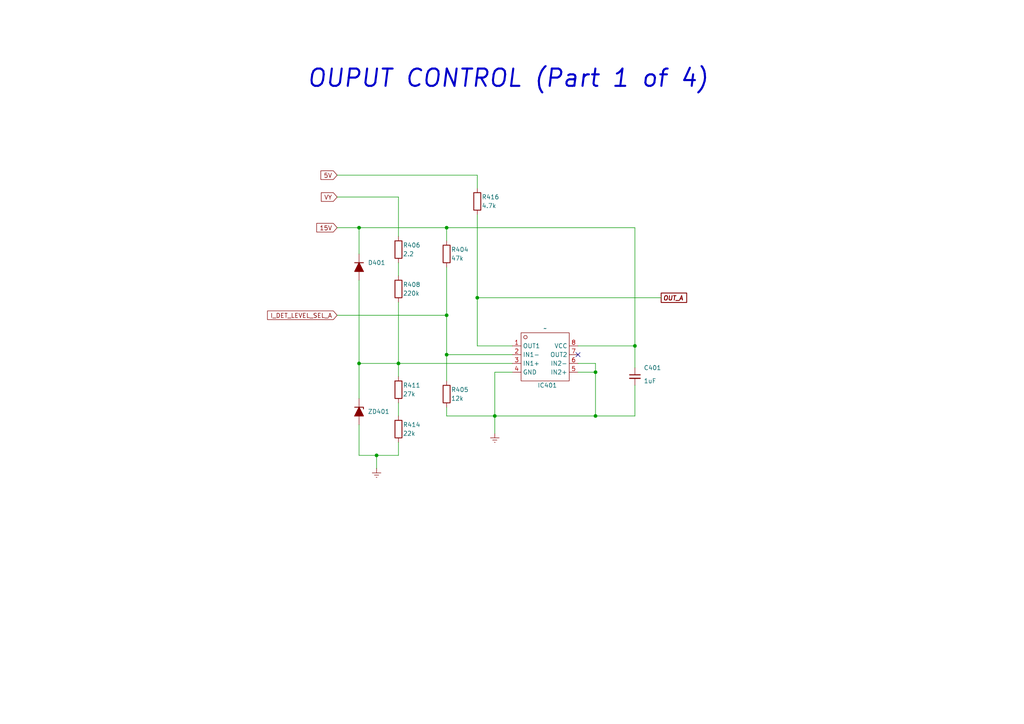
<source format=kicad_sch>
(kicad_sch (version 20231120) (generator "eeschema") (generator_version "8.0")
  (paper "A4")
  (title_block (title "Y BOARD LG PLASMA TV PANEL") (date "2025-03-24") (rev "1.0") (comment 1 "Author: Fábio Pereira da Silva") (comment 2 "Output Control (Part 1 of 4)"))
  (lib_symbols
    (symbol "Device:C_Small" (pin_numbers hide) (pin_names (offset 0.254) hide)
      (property "Reference" "C" (at 0.254 1.778 0))
      (property "Value" "C_Small" (at 0.254 -2.032 0))
      (symbol "C_Small_0_1"
        (polyline (pts (xy -1.524 -0.508) (xy 1.524 -0.508)) (stroke (width 0.3302)))
        (polyline (pts (xy -1.524 0.508) (xy 1.524 0.508)) (stroke (width 0.3048)))
      )
      (symbol "C_Small_1_1"
        (pin passive line (at 0 2.54 270) (length 2.032) (name "~") (number "1"))
        (pin passive line (at 0 -2.54 90) (length 2.032) (name "~") (number "2"))
      )
    )
    (symbol "Device:D_Filled" (pin_numbers hide) (pin_names (offset 1.016) hide)
      (property "Reference" "D" (at 0 2.54 0))
      (property "Value" "D_Filled" (at 0 -2.54 0))
      (symbol "D_Filled_0_1"
        (polyline (pts (xy -1.27 1.27) (xy -1.27 -1.27)) (stroke (width 0.254)))
        (polyline (pts (xy 1.27 0) (xy -1.27 0)))
        (polyline (pts (xy 1.27 1.27) (xy 1.27 -1.27) (xy -1.27 0) (xy 1.27 1.27)) (stroke (width 0.254)) (fill (type outline)))
      )
      (symbol "D_Filled_1_1"
        (pin passive line (at -3.81 0 0) (length 2.54) (name "K") (number "1"))
        (pin passive line (at 3.81 0 180) (length 2.54) (name "A") (number "2"))
      )
    )
    (symbol "Device:D_Zener_Filled" (pin_numbers hide) (pin_names (offset 1.016) hide)
      (property "Reference" "D" (at 0 2.54 0))
      (property "Value" "D_Zener_Filled" (at 0 -2.54 0))
      (symbol "D_Zener_Filled_0_1"
        (polyline (pts (xy 1.27 0) (xy -1.27 0)))
        (polyline (pts (xy -1.27 -1.27) (xy -1.27 1.27) (xy -0.762 1.27)) (stroke (width 0.254)))
        (polyline (pts (xy 1.27 -1.27) (xy 1.27 1.27) (xy -1.27 0) (xy 1.27 -1.27)) (stroke (width 0.254)) (fill (type outline)))
      )
      (symbol "D_Zener_Filled_1_1"
        (pin passive line (at -3.81 0 0) (length 2.54) (name "K") (number "1"))
        (pin passive line (at 3.81 0 180) (length 2.54) (name "A") (number "2"))
      )
    )
    (symbol "Device:R" (pin_numbers hide) (pin_names (offset 0))
      (property "Reference" "R" (at 2.032 0 90))
      (property "Value" "R" (at 0 0 90))
      (symbol "R_0_1"
        (rectangle (start -1.016 -2.54) (end 1.016 2.54) (stroke (width 0.254)))
      )
      (symbol "R_1_1"
        (pin passive line (at 0 3.81 270) (length 1.27) (name "~") (number "1"))
        (pin passive line (at 0 -3.81 90) (length 1.27) (name "~") (number "2"))
      )
    )
    (symbol "irf_s21850:AS393M"
      (property "Reference" "IC" (at 0 0.762 0))
      (symbol "AS393M_0_1"
        (rectangle (start -6.35 0) (end 7.62 -13.97))
        (circle (center -5.08 -1.27) (radius 0.5))
      )
      (symbol "AS393M_1_1"
        (pin output line (at -8.89 -3.81 0) (length 2.54) (name "OUT1") (number "1"))
        (pin input line (at -8.89 -6.35 0) (length 2.54) (name "IN1-") (number "2"))
        (pin input line (at -8.89 -8.89 0) (length 2.54) (name "IN1+") (number "3"))
        (pin power_in line (at -8.89 -11.43 0) (length 2.54) (name "GND") (number "4"))
        (pin input line (at 10.16 -11.43 180) (length 2.54) (name "IN2+") (number "5"))
        (pin input line (at 10.16 -8.89 180) (length 2.54) (name "IN2-") (number "6"))
        (pin output line (at 10.16 -6.35 180) (length 2.54) (name "OUT2") (number "7"))
        (pin power_in line (at 10.16 -3.81 180) (length 2.54) (name "VCC") (number "8"))
      )
    )
    (symbol "power:Earth" (power) (pin_numbers hide) (pin_names (offset 0) hide)
      (property "Value" "Earth" (at 0 -3.81 0))
      (symbol "Earth_0_1"
        (polyline (pts (xy -0.635 -1.905) (xy 0.635 -1.905)))
        (polyline (pts (xy -0.127 -2.54) (xy 0.127 -2.54)))
        (polyline (pts (xy 0 -1.27) (xy 0 0)))
        (polyline (pts (xy 1.27 -1.27) (xy -1.27 -1.27)))
      )
      (symbol "Earth_1_1"
        (pin power_in line (at 0 0 270) (length 0) (name "~") (number "1"))
      )
    )
  )
  (junction (at 172.72 107.95))
  (junction (at 104.14 66.04))
  (junction (at 143.51 120.65))
  (junction (at 129.54 91.44))
  (junction (at 172.72 120.65))
  (junction (at 184.15 100.33))
  (junction (at 129.54 66.04))
  (junction (at 104.14 105.41))
  (junction (at 115.57 105.41))
  (junction (at 138.43 86.36))
  (junction (at 109.22 132.08))
  (junction (at 129.54 102.87))
  (no_connect (at 167.64 102.87))
  (wire (pts (xy 109.22 132.08) (xy 109.22 135.89)))
  (wire (pts (xy 129.54 91.44) (xy 129.54 102.87)))
  (wire (pts (xy 129.54 110.49) (xy 129.54 102.87)))
  (wire (pts (xy 129.54 77.47) (xy 129.54 91.44)))
  (wire (pts (xy 97.79 66.04) (xy 104.14 66.04)))
  (wire (pts (xy 138.43 86.36) (xy 138.43 100.33)))
  (wire (pts (xy 115.57 128.27) (xy 115.57 132.08)))
  (wire (pts (xy 138.43 50.8) (xy 138.43 54.61)))
  (wire (pts (xy 115.57 105.41) (xy 148.59 105.41)))
  (wire (pts (xy 104.14 66.04) (xy 129.54 66.04)))
  (wire (pts (xy 115.57 57.15) (xy 97.79 57.15)))
  (wire (pts (xy 129.54 66.04) (xy 129.54 69.85)))
  (wire (pts (xy 104.14 81.28) (xy 104.14 105.41)))
  (wire (pts (xy 184.15 66.04) (xy 129.54 66.04)))
  (wire (pts (xy 115.57 132.08) (xy 109.22 132.08)))
  (wire (pts (xy 172.72 105.41) (xy 172.72 107.95)))
  (wire (pts (xy 184.15 111.76) (xy 184.15 120.65)))
  (wire (pts (xy 143.51 107.95) (xy 143.51 120.65)))
  (wire (pts (xy 97.79 91.44) (xy 129.54 91.44)))
  (wire (pts (xy 184.15 100.33) (xy 167.64 100.33)))
  (wire (pts (xy 167.64 105.41) (xy 172.72 105.41)))
  (wire (pts (xy 172.72 120.65) (xy 184.15 120.65)))
  (wire (pts (xy 172.72 107.95) (xy 172.72 120.65)))
  (wire (pts (xy 184.15 106.68) (xy 184.15 100.33)))
  (wire (pts (xy 109.22 132.08) (xy 104.14 132.08)))
  (wire (pts (xy 167.64 107.95) (xy 172.72 107.95)))
  (wire (pts (xy 129.54 118.11) (xy 129.54 120.65)))
  (wire (pts (xy 143.51 107.95) (xy 148.59 107.95)))
  (wire (pts (xy 143.51 125.73) (xy 143.51 120.65)))
  (wire (pts (xy 115.57 87.63) (xy 115.57 105.41)))
  (wire (pts (xy 104.14 132.08) (xy 104.14 123.19)))
  (wire (pts (xy 104.14 105.41) (xy 115.57 105.41)))
  (wire (pts (xy 115.57 76.2) (xy 115.57 80.01)))
  (wire (pts (xy 115.57 68.58) (xy 115.57 57.15)))
  (wire (pts (xy 143.51 120.65) (xy 172.72 120.65)))
  (wire (pts (xy 97.79 50.8) (xy 138.43 50.8)))
  (wire (pts (xy 184.15 100.33) (xy 184.15 66.04)))
  (wire (pts (xy 138.43 62.23) (xy 138.43 86.36)))
  (wire (pts (xy 129.54 120.65) (xy 143.51 120.65)))
  (wire (pts (xy 104.14 66.04) (xy 104.14 73.66)))
  (wire (pts (xy 191.77 86.36) (xy 138.43 86.36)))
  (wire (pts (xy 129.54 102.87) (xy 148.59 102.87)))
  (wire (pts (xy 115.57 116.84) (xy 115.57 120.65)))
  (wire (pts (xy 115.57 105.41) (xy 115.57 109.22)))
  (wire (pts (xy 138.43 100.33) (xy 148.59 100.33)))
  (wire (pts (xy 104.14 115.57) (xy 104.14 105.41)))
  (text "OUPUT CONTROL (Part 1 of 4)" (at 147.32 22.86 0) (effects (font (size 5 5) (thickness 0.6) (bold yes) (italic yes))))
  (global_label "OUT_A" (shape passive) (at 191.77 86.36 0) (effects (font (thickness 0.254) (bold yes) (italic yes))) (property "Intersheetrefs" "${INTERSHEET_REFS}" (effects (hide yes))))
  (global_label "5V" (shape input) (at 97.79 50.8 180) (property "Intersheetrefs" "${INTERSHEET_REFS}" (effects (hide yes))))
  (global_label "I_DET_LEVEL_SEL_A" (shape input) (at 97.79 91.44 180) (property "Intersheetrefs" "${INTERSHEET_REFS}" (effects (hide yes))))
  (global_label "15V" (shape input) (at 97.79 66.04 180) (property "Intersheetrefs" "${INTERSHEET_REFS}" (effects (hide yes))))
  (global_label "VY" (shape input) (at 97.79 57.15 180) (property "Intersheetrefs" "${INTERSHEET_REFS}" (effects (hide yes))))
  (symbol (lib_id "Device:R") (at 115.57 113.03 0) (unit 1)
    (property "Reference" "R411" (at 116.84 111.76 0) (effects (justify left)))
    (property "Value" "27k" (at 116.84 114.3 0) (effects (justify left)))
    (property "Description" "Resistor" (effects (hide yes)))
  )
  (symbol (lib_id "irf_s21850:AS393M") (at 157.48 96.52 0) (unit 1)
    (property "Reference" "IC401" (at 158.75 111.76 0))
    (property "Value" "~" (at 158.115 95.25 0))
  )
  (symbol (lib_id "Device:C_Small") (at 184.15 109.22 0) (unit 1)
    (property "Reference" "C401" (at 186.69 106.68 0) (effects (justify left)))
    (property "Value" "1uF" (at 186.69 110.4962 0) (effects (justify left)))
    (property "Description" "Unpolarized capacitor, small symbol" (effects (hide yes)))
  )
  (symbol (lib_id "Device:R") (at 138.43 58.42 0) (unit 1)
    (property "Reference" "R416" (at 139.7 57.15 0) (effects (justify left)))
    (property "Value" "4.7k" (at 139.7 59.69 0) (effects (justify left)))
    (property "Description" "Resistor" (effects (hide yes)))
  )
  (symbol (lib_id "power:Earth") (at 143.51 125.73 0) (unit 1)
    (property "Reference" "#PWR36" (effects (hide yes)))
    (property "Value" "Earth" (effects (hide yes)))
    (property "Description" "Power symbol creates a global label with name \"Earth\"" (effects (hide yes)))
  )
  (symbol (lib_id "Device:D_Zener_Filled") (at 104.14 119.38 270) (unit 1)
    (property "Reference" "ZD401" (at 106.68 119.38 90) (effects (justify left)))
    (property "Value" "D_Zener_Filled" (effects (hide yes)))
    (property "Description" "Zener diode, filled shape" (effects (hide yes)))
  )
  (symbol (lib_id "Device:D_Filled") (at 104.14 77.47 270) (unit 1)
    (property "Reference" "D401" (at 106.68 76.1999 90) (effects (justify left)))
    (property "Value" "D_Filled" (effects (hide yes)))
    (property "Description" "Diode, filled shape" (effects (hide yes)))
    (property "Sim.Device" "D" (effects (hide yes)))
    (property "Sim.Pins" "1=K 2=A" (effects (hide yes)))
  )
  (symbol (lib_id "Device:R") (at 129.54 114.3 0) (unit 1)
    (property "Reference" "R405" (at 130.81 113.03 0) (effects (justify left)))
    (property "Value" "12k" (at 130.81 115.57 0) (effects (justify left)))
    (property "Description" "Resistor" (effects (hide yes)))
  )
  (symbol (lib_id "power:Earth") (at 109.22 135.89 0) (unit 1)
    (property "Reference" "#PWR37" (effects (hide yes)))
    (property "Value" "Earth" (effects (hide yes)))
    (property "Description" "Power symbol creates a global label with name \"Earth\"" (effects (hide yes)))
  )
  (symbol (lib_id "Device:R") (at 115.57 83.82 0) (unit 1)
    (property "Reference" "R408" (at 116.84 82.55 0) (effects (justify left)))
    (property "Value" "220k" (at 116.84 85.09 0) (effects (justify left)))
    (property "Description" "Resistor" (effects (hide yes)))
  )
  (symbol (lib_id "Device:R") (at 115.57 72.39 0) (unit 1)
    (property "Reference" "R406" (at 116.84 71.12 0) (effects (justify left)))
    (property "Value" "2.2" (at 116.84 73.66 0) (effects (justify left)))
    (property "Description" "Resistor" (effects (hide yes)))
  )
  (symbol (lib_id "Device:R") (at 129.54 73.66 0) (unit 1)
    (property "Reference" "R404" (at 130.81 72.39 0) (effects (justify left)))
    (property "Value" "47k" (at 130.81 74.93 0) (effects (justify left)))
    (property "Description" "Resistor" (effects (hide yes)))
  )
  (symbol (lib_id "Device:R") (at 115.57 124.46 0) (unit 1)
    (property "Reference" "R414" (at 116.84 123.19 0) (effects (justify left)))
    (property "Value" "22k" (at 116.84 125.73 0) (effects (justify left)))
    (property "Description" "Resistor" (effects (hide yes)))
  )
)
</source>
